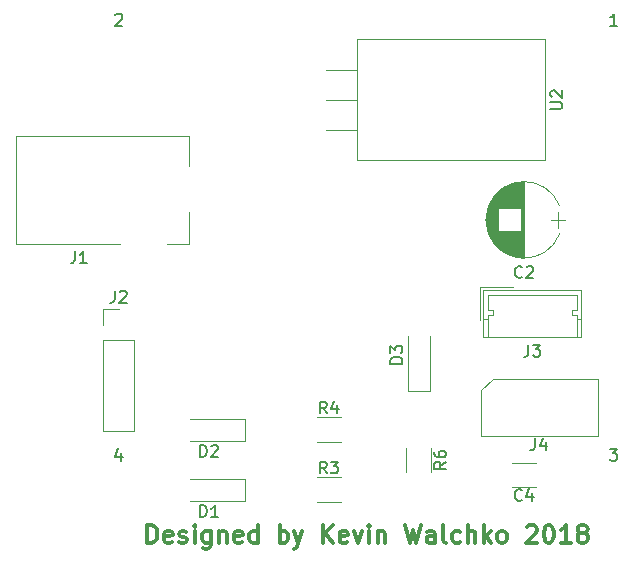
<source format=gbr>
G04 #@! TF.FileFunction,Legend,Top*
%FSLAX46Y46*%
G04 Gerber Fmt 4.6, Leading zero omitted, Abs format (unit mm)*
G04 Created by KiCad (PCBNEW 4.0.7) date Tuesday, February 20, 2018 'PMt' 07:47:19 PM*
%MOMM*%
%LPD*%
G01*
G04 APERTURE LIST*
%ADD10C,0.100000*%
%ADD11C,0.300000*%
%ADD12C,0.120000*%
%ADD13C,0.150000*%
G04 APERTURE END LIST*
D10*
D11*
X57021430Y-59098571D02*
X57021430Y-57598571D01*
X57378573Y-57598571D01*
X57592858Y-57670000D01*
X57735716Y-57812857D01*
X57807144Y-57955714D01*
X57878573Y-58241429D01*
X57878573Y-58455714D01*
X57807144Y-58741429D01*
X57735716Y-58884286D01*
X57592858Y-59027143D01*
X57378573Y-59098571D01*
X57021430Y-59098571D01*
X59092858Y-59027143D02*
X58950001Y-59098571D01*
X58664287Y-59098571D01*
X58521430Y-59027143D01*
X58450001Y-58884286D01*
X58450001Y-58312857D01*
X58521430Y-58170000D01*
X58664287Y-58098571D01*
X58950001Y-58098571D01*
X59092858Y-58170000D01*
X59164287Y-58312857D01*
X59164287Y-58455714D01*
X58450001Y-58598571D01*
X59735715Y-59027143D02*
X59878572Y-59098571D01*
X60164287Y-59098571D01*
X60307144Y-59027143D01*
X60378572Y-58884286D01*
X60378572Y-58812857D01*
X60307144Y-58670000D01*
X60164287Y-58598571D01*
X59950001Y-58598571D01*
X59807144Y-58527143D01*
X59735715Y-58384286D01*
X59735715Y-58312857D01*
X59807144Y-58170000D01*
X59950001Y-58098571D01*
X60164287Y-58098571D01*
X60307144Y-58170000D01*
X61021430Y-59098571D02*
X61021430Y-58098571D01*
X61021430Y-57598571D02*
X60950001Y-57670000D01*
X61021430Y-57741429D01*
X61092858Y-57670000D01*
X61021430Y-57598571D01*
X61021430Y-57741429D01*
X62378573Y-58098571D02*
X62378573Y-59312857D01*
X62307144Y-59455714D01*
X62235716Y-59527143D01*
X62092859Y-59598571D01*
X61878573Y-59598571D01*
X61735716Y-59527143D01*
X62378573Y-59027143D02*
X62235716Y-59098571D01*
X61950002Y-59098571D01*
X61807144Y-59027143D01*
X61735716Y-58955714D01*
X61664287Y-58812857D01*
X61664287Y-58384286D01*
X61735716Y-58241429D01*
X61807144Y-58170000D01*
X61950002Y-58098571D01*
X62235716Y-58098571D01*
X62378573Y-58170000D01*
X63092859Y-58098571D02*
X63092859Y-59098571D01*
X63092859Y-58241429D02*
X63164287Y-58170000D01*
X63307145Y-58098571D01*
X63521430Y-58098571D01*
X63664287Y-58170000D01*
X63735716Y-58312857D01*
X63735716Y-59098571D01*
X65021430Y-59027143D02*
X64878573Y-59098571D01*
X64592859Y-59098571D01*
X64450002Y-59027143D01*
X64378573Y-58884286D01*
X64378573Y-58312857D01*
X64450002Y-58170000D01*
X64592859Y-58098571D01*
X64878573Y-58098571D01*
X65021430Y-58170000D01*
X65092859Y-58312857D01*
X65092859Y-58455714D01*
X64378573Y-58598571D01*
X66378573Y-59098571D02*
X66378573Y-57598571D01*
X66378573Y-59027143D02*
X66235716Y-59098571D01*
X65950002Y-59098571D01*
X65807144Y-59027143D01*
X65735716Y-58955714D01*
X65664287Y-58812857D01*
X65664287Y-58384286D01*
X65735716Y-58241429D01*
X65807144Y-58170000D01*
X65950002Y-58098571D01*
X66235716Y-58098571D01*
X66378573Y-58170000D01*
X68235716Y-59098571D02*
X68235716Y-57598571D01*
X68235716Y-58170000D02*
X68378573Y-58098571D01*
X68664287Y-58098571D01*
X68807144Y-58170000D01*
X68878573Y-58241429D01*
X68950002Y-58384286D01*
X68950002Y-58812857D01*
X68878573Y-58955714D01*
X68807144Y-59027143D01*
X68664287Y-59098571D01*
X68378573Y-59098571D01*
X68235716Y-59027143D01*
X69450002Y-58098571D02*
X69807145Y-59098571D01*
X70164287Y-58098571D02*
X69807145Y-59098571D01*
X69664287Y-59455714D01*
X69592859Y-59527143D01*
X69450002Y-59598571D01*
X71878573Y-59098571D02*
X71878573Y-57598571D01*
X72735716Y-59098571D02*
X72092859Y-58241429D01*
X72735716Y-57598571D02*
X71878573Y-58455714D01*
X73950001Y-59027143D02*
X73807144Y-59098571D01*
X73521430Y-59098571D01*
X73378573Y-59027143D01*
X73307144Y-58884286D01*
X73307144Y-58312857D01*
X73378573Y-58170000D01*
X73521430Y-58098571D01*
X73807144Y-58098571D01*
X73950001Y-58170000D01*
X74021430Y-58312857D01*
X74021430Y-58455714D01*
X73307144Y-58598571D01*
X74521430Y-58098571D02*
X74878573Y-59098571D01*
X75235715Y-58098571D01*
X75807144Y-59098571D02*
X75807144Y-58098571D01*
X75807144Y-57598571D02*
X75735715Y-57670000D01*
X75807144Y-57741429D01*
X75878572Y-57670000D01*
X75807144Y-57598571D01*
X75807144Y-57741429D01*
X76521430Y-58098571D02*
X76521430Y-59098571D01*
X76521430Y-58241429D02*
X76592858Y-58170000D01*
X76735716Y-58098571D01*
X76950001Y-58098571D01*
X77092858Y-58170000D01*
X77164287Y-58312857D01*
X77164287Y-59098571D01*
X78878573Y-57598571D02*
X79235716Y-59098571D01*
X79521430Y-58027143D01*
X79807144Y-59098571D01*
X80164287Y-57598571D01*
X81378573Y-59098571D02*
X81378573Y-58312857D01*
X81307144Y-58170000D01*
X81164287Y-58098571D01*
X80878573Y-58098571D01*
X80735716Y-58170000D01*
X81378573Y-59027143D02*
X81235716Y-59098571D01*
X80878573Y-59098571D01*
X80735716Y-59027143D01*
X80664287Y-58884286D01*
X80664287Y-58741429D01*
X80735716Y-58598571D01*
X80878573Y-58527143D01*
X81235716Y-58527143D01*
X81378573Y-58455714D01*
X82307145Y-59098571D02*
X82164287Y-59027143D01*
X82092859Y-58884286D01*
X82092859Y-57598571D01*
X83521430Y-59027143D02*
X83378573Y-59098571D01*
X83092859Y-59098571D01*
X82950001Y-59027143D01*
X82878573Y-58955714D01*
X82807144Y-58812857D01*
X82807144Y-58384286D01*
X82878573Y-58241429D01*
X82950001Y-58170000D01*
X83092859Y-58098571D01*
X83378573Y-58098571D01*
X83521430Y-58170000D01*
X84164287Y-59098571D02*
X84164287Y-57598571D01*
X84807144Y-59098571D02*
X84807144Y-58312857D01*
X84735715Y-58170000D01*
X84592858Y-58098571D01*
X84378573Y-58098571D01*
X84235715Y-58170000D01*
X84164287Y-58241429D01*
X85521430Y-59098571D02*
X85521430Y-57598571D01*
X85664287Y-58527143D02*
X86092858Y-59098571D01*
X86092858Y-58098571D02*
X85521430Y-58670000D01*
X86950002Y-59098571D02*
X86807144Y-59027143D01*
X86735716Y-58955714D01*
X86664287Y-58812857D01*
X86664287Y-58384286D01*
X86735716Y-58241429D01*
X86807144Y-58170000D01*
X86950002Y-58098571D01*
X87164287Y-58098571D01*
X87307144Y-58170000D01*
X87378573Y-58241429D01*
X87450002Y-58384286D01*
X87450002Y-58812857D01*
X87378573Y-58955714D01*
X87307144Y-59027143D01*
X87164287Y-59098571D01*
X86950002Y-59098571D01*
X89164287Y-57741429D02*
X89235716Y-57670000D01*
X89378573Y-57598571D01*
X89735716Y-57598571D01*
X89878573Y-57670000D01*
X89950002Y-57741429D01*
X90021430Y-57884286D01*
X90021430Y-58027143D01*
X89950002Y-58241429D01*
X89092859Y-59098571D01*
X90021430Y-59098571D01*
X90950001Y-57598571D02*
X91092858Y-57598571D01*
X91235715Y-57670000D01*
X91307144Y-57741429D01*
X91378573Y-57884286D01*
X91450001Y-58170000D01*
X91450001Y-58527143D01*
X91378573Y-58812857D01*
X91307144Y-58955714D01*
X91235715Y-59027143D01*
X91092858Y-59098571D01*
X90950001Y-59098571D01*
X90807144Y-59027143D01*
X90735715Y-58955714D01*
X90664287Y-58812857D01*
X90592858Y-58527143D01*
X90592858Y-58170000D01*
X90664287Y-57884286D01*
X90735715Y-57741429D01*
X90807144Y-57670000D01*
X90950001Y-57598571D01*
X92878572Y-59098571D02*
X92021429Y-59098571D01*
X92450001Y-59098571D02*
X92450001Y-57598571D01*
X92307144Y-57812857D01*
X92164286Y-57955714D01*
X92021429Y-58027143D01*
X93735715Y-58241429D02*
X93592857Y-58170000D01*
X93521429Y-58098571D01*
X93450000Y-57955714D01*
X93450000Y-57884286D01*
X93521429Y-57741429D01*
X93592857Y-57670000D01*
X93735715Y-57598571D01*
X94021429Y-57598571D01*
X94164286Y-57670000D01*
X94235715Y-57741429D01*
X94307143Y-57884286D01*
X94307143Y-57955714D01*
X94235715Y-58098571D01*
X94164286Y-58170000D01*
X94021429Y-58241429D01*
X93735715Y-58241429D01*
X93592857Y-58312857D01*
X93521429Y-58384286D01*
X93450000Y-58527143D01*
X93450000Y-58812857D01*
X93521429Y-58955714D01*
X93592857Y-59027143D01*
X93735715Y-59098571D01*
X94021429Y-59098571D01*
X94164286Y-59027143D01*
X94235715Y-58955714D01*
X94307143Y-58812857D01*
X94307143Y-58527143D01*
X94235715Y-58384286D01*
X94164286Y-58312857D01*
X94021429Y-58241429D01*
D12*
X85902180Y-32929136D02*
G75*
G03X91937482Y-32930000I3017820J1179136D01*
G01*
X85902180Y-30570864D02*
G75*
G02X91937482Y-30570000I3017820J-1179136D01*
G01*
X85902180Y-30570864D02*
G75*
G03X85902518Y-32930000I3017820J-1179136D01*
G01*
X88920000Y-34950000D02*
X88920000Y-28550000D01*
X88880000Y-34950000D02*
X88880000Y-28550000D01*
X88840000Y-34950000D02*
X88840000Y-28550000D01*
X88800000Y-34948000D02*
X88800000Y-28552000D01*
X88760000Y-34947000D02*
X88760000Y-28553000D01*
X88720000Y-34944000D02*
X88720000Y-28556000D01*
X88680000Y-34942000D02*
X88680000Y-28558000D01*
X88640000Y-34938000D02*
X88640000Y-32730000D01*
X88640000Y-30770000D02*
X88640000Y-28562000D01*
X88600000Y-34935000D02*
X88600000Y-32730000D01*
X88600000Y-30770000D02*
X88600000Y-28565000D01*
X88560000Y-34930000D02*
X88560000Y-32730000D01*
X88560000Y-30770000D02*
X88560000Y-28570000D01*
X88520000Y-34926000D02*
X88520000Y-32730000D01*
X88520000Y-30770000D02*
X88520000Y-28574000D01*
X88480000Y-34920000D02*
X88480000Y-32730000D01*
X88480000Y-30770000D02*
X88480000Y-28580000D01*
X88440000Y-34915000D02*
X88440000Y-32730000D01*
X88440000Y-30770000D02*
X88440000Y-28585000D01*
X88400000Y-34908000D02*
X88400000Y-32730000D01*
X88400000Y-30770000D02*
X88400000Y-28592000D01*
X88360000Y-34902000D02*
X88360000Y-32730000D01*
X88360000Y-30770000D02*
X88360000Y-28598000D01*
X88320000Y-34894000D02*
X88320000Y-32730000D01*
X88320000Y-30770000D02*
X88320000Y-28606000D01*
X88280000Y-34887000D02*
X88280000Y-32730000D01*
X88280000Y-30770000D02*
X88280000Y-28613000D01*
X88240000Y-34878000D02*
X88240000Y-32730000D01*
X88240000Y-30770000D02*
X88240000Y-28622000D01*
X88199000Y-34869000D02*
X88199000Y-32730000D01*
X88199000Y-30770000D02*
X88199000Y-28631000D01*
X88159000Y-34860000D02*
X88159000Y-32730000D01*
X88159000Y-30770000D02*
X88159000Y-28640000D01*
X88119000Y-34850000D02*
X88119000Y-32730000D01*
X88119000Y-30770000D02*
X88119000Y-28650000D01*
X88079000Y-34840000D02*
X88079000Y-32730000D01*
X88079000Y-30770000D02*
X88079000Y-28660000D01*
X88039000Y-34829000D02*
X88039000Y-32730000D01*
X88039000Y-30770000D02*
X88039000Y-28671000D01*
X87999000Y-34817000D02*
X87999000Y-32730000D01*
X87999000Y-30770000D02*
X87999000Y-28683000D01*
X87959000Y-34805000D02*
X87959000Y-32730000D01*
X87959000Y-30770000D02*
X87959000Y-28695000D01*
X87919000Y-34792000D02*
X87919000Y-32730000D01*
X87919000Y-30770000D02*
X87919000Y-28708000D01*
X87879000Y-34779000D02*
X87879000Y-32730000D01*
X87879000Y-30770000D02*
X87879000Y-28721000D01*
X87839000Y-34765000D02*
X87839000Y-32730000D01*
X87839000Y-30770000D02*
X87839000Y-28735000D01*
X87799000Y-34751000D02*
X87799000Y-32730000D01*
X87799000Y-30770000D02*
X87799000Y-28749000D01*
X87759000Y-34736000D02*
X87759000Y-32730000D01*
X87759000Y-30770000D02*
X87759000Y-28764000D01*
X87719000Y-34720000D02*
X87719000Y-32730000D01*
X87719000Y-30770000D02*
X87719000Y-28780000D01*
X87679000Y-34704000D02*
X87679000Y-32730000D01*
X87679000Y-30770000D02*
X87679000Y-28796000D01*
X87639000Y-34687000D02*
X87639000Y-32730000D01*
X87639000Y-30770000D02*
X87639000Y-28813000D01*
X87599000Y-34669000D02*
X87599000Y-32730000D01*
X87599000Y-30770000D02*
X87599000Y-28831000D01*
X87559000Y-34651000D02*
X87559000Y-32730000D01*
X87559000Y-30770000D02*
X87559000Y-28849000D01*
X87519000Y-34632000D02*
X87519000Y-32730000D01*
X87519000Y-30770000D02*
X87519000Y-28868000D01*
X87479000Y-34613000D02*
X87479000Y-32730000D01*
X87479000Y-30770000D02*
X87479000Y-28887000D01*
X87439000Y-34593000D02*
X87439000Y-32730000D01*
X87439000Y-30770000D02*
X87439000Y-28907000D01*
X87399000Y-34572000D02*
X87399000Y-32730000D01*
X87399000Y-30770000D02*
X87399000Y-28928000D01*
X87359000Y-34550000D02*
X87359000Y-32730000D01*
X87359000Y-30770000D02*
X87359000Y-28950000D01*
X87319000Y-34528000D02*
X87319000Y-32730000D01*
X87319000Y-30770000D02*
X87319000Y-28972000D01*
X87279000Y-34505000D02*
X87279000Y-32730000D01*
X87279000Y-30770000D02*
X87279000Y-28995000D01*
X87239000Y-34481000D02*
X87239000Y-32730000D01*
X87239000Y-30770000D02*
X87239000Y-29019000D01*
X87199000Y-34456000D02*
X87199000Y-32730000D01*
X87199000Y-30770000D02*
X87199000Y-29044000D01*
X87159000Y-34431000D02*
X87159000Y-32730000D01*
X87159000Y-30770000D02*
X87159000Y-29069000D01*
X87119000Y-34404000D02*
X87119000Y-32730000D01*
X87119000Y-30770000D02*
X87119000Y-29096000D01*
X87079000Y-34377000D02*
X87079000Y-32730000D01*
X87079000Y-30770000D02*
X87079000Y-29123000D01*
X87039000Y-34349000D02*
X87039000Y-32730000D01*
X87039000Y-30770000D02*
X87039000Y-29151000D01*
X86999000Y-34320000D02*
X86999000Y-32730000D01*
X86999000Y-30770000D02*
X86999000Y-29180000D01*
X86959000Y-34290000D02*
X86959000Y-32730000D01*
X86959000Y-30770000D02*
X86959000Y-29210000D01*
X86919000Y-34260000D02*
X86919000Y-32730000D01*
X86919000Y-30770000D02*
X86919000Y-29240000D01*
X86879000Y-34228000D02*
X86879000Y-32730000D01*
X86879000Y-30770000D02*
X86879000Y-29272000D01*
X86839000Y-34195000D02*
X86839000Y-32730000D01*
X86839000Y-30770000D02*
X86839000Y-29305000D01*
X86799000Y-34161000D02*
X86799000Y-32730000D01*
X86799000Y-30770000D02*
X86799000Y-29339000D01*
X86759000Y-34125000D02*
X86759000Y-32730000D01*
X86759000Y-30770000D02*
X86759000Y-29375000D01*
X86719000Y-34089000D02*
X86719000Y-32730000D01*
X86719000Y-30770000D02*
X86719000Y-29411000D01*
X86679000Y-34051000D02*
X86679000Y-29449000D01*
X86639000Y-34012000D02*
X86639000Y-29488000D01*
X86599000Y-33972000D02*
X86599000Y-29528000D01*
X86559000Y-33930000D02*
X86559000Y-29570000D01*
X86519000Y-33887000D02*
X86519000Y-29613000D01*
X86479000Y-33842000D02*
X86479000Y-29658000D01*
X86439000Y-33795000D02*
X86439000Y-29705000D01*
X86399000Y-33747000D02*
X86399000Y-29753000D01*
X86359000Y-33696000D02*
X86359000Y-29804000D01*
X86319000Y-33644000D02*
X86319000Y-29856000D01*
X86279000Y-33589000D02*
X86279000Y-29911000D01*
X86239000Y-33531000D02*
X86239000Y-29969000D01*
X86199000Y-33471000D02*
X86199000Y-30029000D01*
X86159000Y-33408000D02*
X86159000Y-30092000D01*
X86119000Y-33341000D02*
X86119000Y-30159000D01*
X86079000Y-33270000D02*
X86079000Y-30230000D01*
X86039000Y-33195000D02*
X86039000Y-30305000D01*
X85999000Y-33114000D02*
X85999000Y-30386000D01*
X85959000Y-33028000D02*
X85959000Y-30472000D01*
X85919000Y-32934000D02*
X85919000Y-30566000D01*
X85879000Y-32831000D02*
X85879000Y-30669000D01*
X85839000Y-32716000D02*
X85839000Y-30784000D01*
X85799000Y-32584000D02*
X85799000Y-30916000D01*
X85759000Y-32426000D02*
X85759000Y-31074000D01*
X85719000Y-32218000D02*
X85719000Y-31282000D01*
X92370000Y-31750000D02*
X91170000Y-31750000D01*
X91770000Y-32400000D02*
X91770000Y-31100000D01*
X87900000Y-54360000D02*
X89900000Y-54360000D01*
X89900000Y-52320000D02*
X87900000Y-52320000D01*
X65330000Y-55560000D02*
X65330000Y-53660000D01*
X65330000Y-53660000D02*
X60630000Y-53660000D01*
X65330000Y-55560000D02*
X60630000Y-55560000D01*
X65330000Y-50480000D02*
X65330000Y-48580000D01*
X65330000Y-48580000D02*
X60630000Y-48580000D01*
X65330000Y-50480000D02*
X60630000Y-50480000D01*
X54690000Y-33810000D02*
X45890000Y-33810000D01*
X45890000Y-33810000D02*
X45890000Y-24610000D01*
X60590000Y-31110000D02*
X60590000Y-33810000D01*
X60590000Y-33810000D02*
X58690000Y-33810000D01*
X45890000Y-24610000D02*
X60590000Y-24610000D01*
X60590000Y-24610000D02*
X60590000Y-27210000D01*
X53280000Y-49590000D02*
X55940000Y-49590000D01*
X53280000Y-41910000D02*
X53280000Y-49590000D01*
X55940000Y-41910000D02*
X55940000Y-49590000D01*
X53280000Y-41910000D02*
X55940000Y-41910000D01*
X53280000Y-40640000D02*
X53280000Y-39310000D01*
X53280000Y-39310000D02*
X54610000Y-39310000D01*
X73390000Y-55680000D02*
X71390000Y-55680000D01*
X71390000Y-53540000D02*
X73390000Y-53540000D01*
X73390000Y-50600000D02*
X71390000Y-50600000D01*
X71390000Y-48460000D02*
X73390000Y-48460000D01*
X74810000Y-16470000D02*
X74810000Y-26710000D01*
X90700000Y-16470000D02*
X90700000Y-26710000D01*
X90700000Y-16470000D02*
X74810000Y-16470000D01*
X90700000Y-26710000D02*
X74810000Y-26710000D01*
X74810000Y-19050000D02*
X72170000Y-19050000D01*
X74810000Y-21590000D02*
X72186000Y-21590000D01*
X74810000Y-24130000D02*
X72186000Y-24130000D01*
X85480000Y-37720000D02*
X85480000Y-41670000D01*
X85480000Y-41670000D02*
X93780000Y-41670000D01*
X93780000Y-41670000D02*
X93780000Y-37720000D01*
X93780000Y-37720000D02*
X85480000Y-37720000D01*
X87980000Y-37470000D02*
X85230000Y-37470000D01*
X85230000Y-37470000D02*
X85230000Y-40220000D01*
X85480000Y-40170000D02*
X85880000Y-40170000D01*
X93780000Y-40170000D02*
X93380000Y-40170000D01*
X89630000Y-38120000D02*
X85880000Y-38120000D01*
X85880000Y-38120000D02*
X85880000Y-39370000D01*
X85880000Y-39370000D02*
X86280000Y-39370000D01*
X86280000Y-39370000D02*
X86280000Y-39770000D01*
X86280000Y-39770000D02*
X85880000Y-39770000D01*
X85880000Y-39770000D02*
X85880000Y-41670000D01*
X89630000Y-38120000D02*
X93380000Y-38120000D01*
X93380000Y-38120000D02*
X93380000Y-39370000D01*
X93380000Y-39370000D02*
X92980000Y-39370000D01*
X92980000Y-39370000D02*
X92980000Y-39770000D01*
X92980000Y-39770000D02*
X93380000Y-39770000D01*
X93380000Y-39770000D02*
X93380000Y-41670000D01*
X86260000Y-45190000D02*
X85260000Y-46190000D01*
X95160000Y-50090000D02*
X95160000Y-45190000D01*
X95160000Y-45190000D02*
X86260000Y-45190000D01*
X85260000Y-46190000D02*
X85260000Y-50090000D01*
X85260000Y-50090000D02*
X95160000Y-50090000D01*
X79060000Y-46280000D02*
X80960000Y-46280000D01*
X80960000Y-46280000D02*
X80960000Y-41580000D01*
X79060000Y-46280000D02*
X79060000Y-41580000D01*
X78940000Y-53070000D02*
X78940000Y-51070000D01*
X81080000Y-51070000D02*
X81080000Y-53070000D01*
D13*
X96805715Y-15302381D02*
X96234286Y-15302381D01*
X96520000Y-15302381D02*
X96520000Y-14302381D01*
X96424762Y-14445238D01*
X96329524Y-14540476D01*
X96234286Y-14588095D01*
X54324286Y-14397619D02*
X54371905Y-14350000D01*
X54467143Y-14302381D01*
X54705239Y-14302381D01*
X54800477Y-14350000D01*
X54848096Y-14397619D01*
X54895715Y-14492857D01*
X54895715Y-14588095D01*
X54848096Y-14730952D01*
X54276667Y-15302381D01*
X54895715Y-15302381D01*
X88753334Y-36567143D02*
X88705715Y-36614762D01*
X88562858Y-36662381D01*
X88467620Y-36662381D01*
X88324762Y-36614762D01*
X88229524Y-36519524D01*
X88181905Y-36424286D01*
X88134286Y-36233810D01*
X88134286Y-36090952D01*
X88181905Y-35900476D01*
X88229524Y-35805238D01*
X88324762Y-35710000D01*
X88467620Y-35662381D01*
X88562858Y-35662381D01*
X88705715Y-35710000D01*
X88753334Y-35757619D01*
X89134286Y-35757619D02*
X89181905Y-35710000D01*
X89277143Y-35662381D01*
X89515239Y-35662381D01*
X89610477Y-35710000D01*
X89658096Y-35757619D01*
X89705715Y-35852857D01*
X89705715Y-35948095D01*
X89658096Y-36090952D01*
X89086667Y-36662381D01*
X89705715Y-36662381D01*
X88733334Y-55447143D02*
X88685715Y-55494762D01*
X88542858Y-55542381D01*
X88447620Y-55542381D01*
X88304762Y-55494762D01*
X88209524Y-55399524D01*
X88161905Y-55304286D01*
X88114286Y-55113810D01*
X88114286Y-54970952D01*
X88161905Y-54780476D01*
X88209524Y-54685238D01*
X88304762Y-54590000D01*
X88447620Y-54542381D01*
X88542858Y-54542381D01*
X88685715Y-54590000D01*
X88733334Y-54637619D01*
X89590477Y-54875714D02*
X89590477Y-55542381D01*
X89352381Y-54494762D02*
X89114286Y-55209048D01*
X89733334Y-55209048D01*
X61491905Y-56912381D02*
X61491905Y-55912381D01*
X61730000Y-55912381D01*
X61872858Y-55960000D01*
X61968096Y-56055238D01*
X62015715Y-56150476D01*
X62063334Y-56340952D01*
X62063334Y-56483810D01*
X62015715Y-56674286D01*
X61968096Y-56769524D01*
X61872858Y-56864762D01*
X61730000Y-56912381D01*
X61491905Y-56912381D01*
X63015715Y-56912381D02*
X62444286Y-56912381D01*
X62730000Y-56912381D02*
X62730000Y-55912381D01*
X62634762Y-56055238D01*
X62539524Y-56150476D01*
X62444286Y-56198095D01*
X61491905Y-51832381D02*
X61491905Y-50832381D01*
X61730000Y-50832381D01*
X61872858Y-50880000D01*
X61968096Y-50975238D01*
X62015715Y-51070476D01*
X62063334Y-51260952D01*
X62063334Y-51403810D01*
X62015715Y-51594286D01*
X61968096Y-51689524D01*
X61872858Y-51784762D01*
X61730000Y-51832381D01*
X61491905Y-51832381D01*
X62444286Y-50927619D02*
X62491905Y-50880000D01*
X62587143Y-50832381D01*
X62825239Y-50832381D01*
X62920477Y-50880000D01*
X62968096Y-50927619D01*
X63015715Y-51022857D01*
X63015715Y-51118095D01*
X62968096Y-51260952D01*
X62396667Y-51832381D01*
X63015715Y-51832381D01*
X50906667Y-34412381D02*
X50906667Y-35126667D01*
X50859047Y-35269524D01*
X50763809Y-35364762D01*
X50620952Y-35412381D01*
X50525714Y-35412381D01*
X51906667Y-35412381D02*
X51335238Y-35412381D01*
X51620952Y-35412381D02*
X51620952Y-34412381D01*
X51525714Y-34555238D01*
X51430476Y-34650476D01*
X51335238Y-34698095D01*
X54276667Y-37762381D02*
X54276667Y-38476667D01*
X54229047Y-38619524D01*
X54133809Y-38714762D01*
X53990952Y-38762381D01*
X53895714Y-38762381D01*
X54705238Y-37857619D02*
X54752857Y-37810000D01*
X54848095Y-37762381D01*
X55086191Y-37762381D01*
X55181429Y-37810000D01*
X55229048Y-37857619D01*
X55276667Y-37952857D01*
X55276667Y-38048095D01*
X55229048Y-38190952D01*
X54657619Y-38762381D01*
X55276667Y-38762381D01*
X72223334Y-53212381D02*
X71890000Y-52736190D01*
X71651905Y-53212381D02*
X71651905Y-52212381D01*
X72032858Y-52212381D01*
X72128096Y-52260000D01*
X72175715Y-52307619D01*
X72223334Y-52402857D01*
X72223334Y-52545714D01*
X72175715Y-52640952D01*
X72128096Y-52688571D01*
X72032858Y-52736190D01*
X71651905Y-52736190D01*
X72556667Y-52212381D02*
X73175715Y-52212381D01*
X72842381Y-52593333D01*
X72985239Y-52593333D01*
X73080477Y-52640952D01*
X73128096Y-52688571D01*
X73175715Y-52783810D01*
X73175715Y-53021905D01*
X73128096Y-53117143D01*
X73080477Y-53164762D01*
X72985239Y-53212381D01*
X72699524Y-53212381D01*
X72604286Y-53164762D01*
X72556667Y-53117143D01*
X72223334Y-48132381D02*
X71890000Y-47656190D01*
X71651905Y-48132381D02*
X71651905Y-47132381D01*
X72032858Y-47132381D01*
X72128096Y-47180000D01*
X72175715Y-47227619D01*
X72223334Y-47322857D01*
X72223334Y-47465714D01*
X72175715Y-47560952D01*
X72128096Y-47608571D01*
X72032858Y-47656190D01*
X71651905Y-47656190D01*
X73080477Y-47465714D02*
X73080477Y-48132381D01*
X72842381Y-47084762D02*
X72604286Y-47799048D01*
X73223334Y-47799048D01*
X91152381Y-22351905D02*
X91961905Y-22351905D01*
X92057143Y-22304286D01*
X92104762Y-22256667D01*
X92152381Y-22161429D01*
X92152381Y-21970952D01*
X92104762Y-21875714D01*
X92057143Y-21828095D01*
X91961905Y-21780476D01*
X91152381Y-21780476D01*
X91247619Y-21351905D02*
X91200000Y-21304286D01*
X91152381Y-21209048D01*
X91152381Y-20970952D01*
X91200000Y-20875714D01*
X91247619Y-20828095D01*
X91342857Y-20780476D01*
X91438095Y-20780476D01*
X91580952Y-20828095D01*
X92152381Y-21399524D01*
X92152381Y-20780476D01*
X96186667Y-51132381D02*
X96805715Y-51132381D01*
X96472381Y-51513333D01*
X96615239Y-51513333D01*
X96710477Y-51560952D01*
X96758096Y-51608571D01*
X96805715Y-51703810D01*
X96805715Y-51941905D01*
X96758096Y-52037143D01*
X96710477Y-52084762D01*
X96615239Y-52132381D01*
X96329524Y-52132381D01*
X96234286Y-52084762D01*
X96186667Y-52037143D01*
X54800477Y-51465714D02*
X54800477Y-52132381D01*
X54562381Y-51084762D02*
X54324286Y-51799048D01*
X54943334Y-51799048D01*
X89296667Y-42322381D02*
X89296667Y-43036667D01*
X89249047Y-43179524D01*
X89153809Y-43274762D01*
X89010952Y-43322381D01*
X88915714Y-43322381D01*
X89677619Y-42322381D02*
X90296667Y-42322381D01*
X89963333Y-42703333D01*
X90106191Y-42703333D01*
X90201429Y-42750952D01*
X90249048Y-42798571D01*
X90296667Y-42893810D01*
X90296667Y-43131905D01*
X90249048Y-43227143D01*
X90201429Y-43274762D01*
X90106191Y-43322381D01*
X89820476Y-43322381D01*
X89725238Y-43274762D01*
X89677619Y-43227143D01*
X89836667Y-50252381D02*
X89836667Y-50966667D01*
X89789047Y-51109524D01*
X89693809Y-51204762D01*
X89550952Y-51252381D01*
X89455714Y-51252381D01*
X90741429Y-50585714D02*
X90741429Y-51252381D01*
X90503333Y-50204762D02*
X90265238Y-50919048D01*
X90884286Y-50919048D01*
X78612381Y-43918095D02*
X77612381Y-43918095D01*
X77612381Y-43680000D01*
X77660000Y-43537142D01*
X77755238Y-43441904D01*
X77850476Y-43394285D01*
X78040952Y-43346666D01*
X78183810Y-43346666D01*
X78374286Y-43394285D01*
X78469524Y-43441904D01*
X78564762Y-43537142D01*
X78612381Y-43680000D01*
X78612381Y-43918095D01*
X77612381Y-43013333D02*
X77612381Y-42394285D01*
X77993333Y-42727619D01*
X77993333Y-42584761D01*
X78040952Y-42489523D01*
X78088571Y-42441904D01*
X78183810Y-42394285D01*
X78421905Y-42394285D01*
X78517143Y-42441904D01*
X78564762Y-42489523D01*
X78612381Y-42584761D01*
X78612381Y-42870476D01*
X78564762Y-42965714D01*
X78517143Y-43013333D01*
X82312381Y-52236666D02*
X81836190Y-52570000D01*
X82312381Y-52808095D02*
X81312381Y-52808095D01*
X81312381Y-52427142D01*
X81360000Y-52331904D01*
X81407619Y-52284285D01*
X81502857Y-52236666D01*
X81645714Y-52236666D01*
X81740952Y-52284285D01*
X81788571Y-52331904D01*
X81836190Y-52427142D01*
X81836190Y-52808095D01*
X81312381Y-51379523D02*
X81312381Y-51570000D01*
X81360000Y-51665238D01*
X81407619Y-51712857D01*
X81550476Y-51808095D01*
X81740952Y-51855714D01*
X82121905Y-51855714D01*
X82217143Y-51808095D01*
X82264762Y-51760476D01*
X82312381Y-51665238D01*
X82312381Y-51474761D01*
X82264762Y-51379523D01*
X82217143Y-51331904D01*
X82121905Y-51284285D01*
X81883810Y-51284285D01*
X81788571Y-51331904D01*
X81740952Y-51379523D01*
X81693333Y-51474761D01*
X81693333Y-51665238D01*
X81740952Y-51760476D01*
X81788571Y-51808095D01*
X81883810Y-51855714D01*
M02*

</source>
